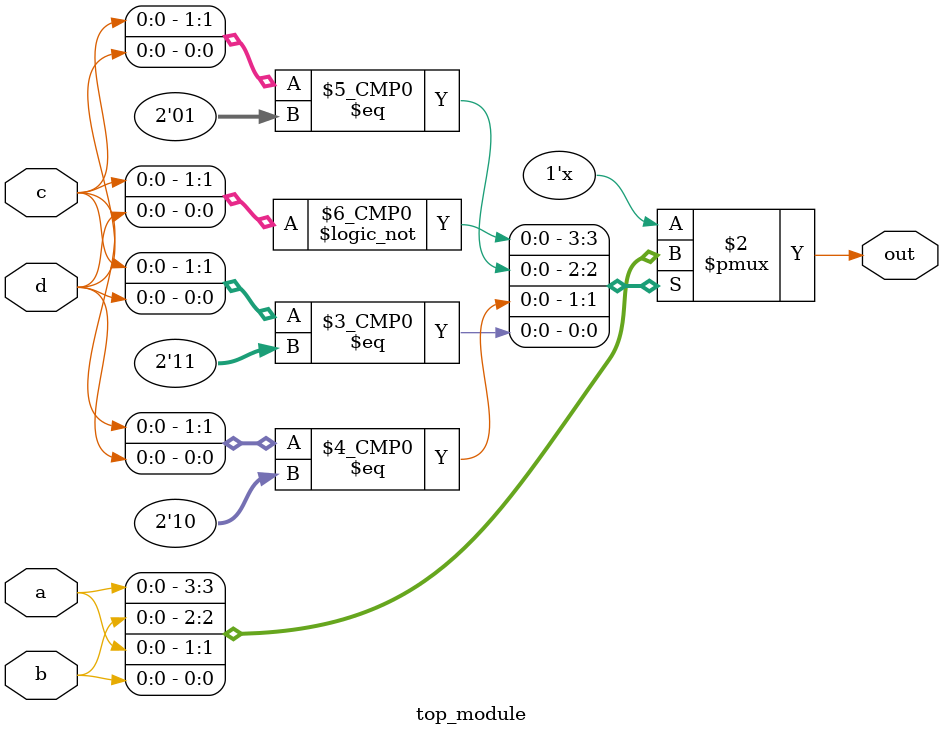
<source format=sv>
module top_module (
	input a, 
	input b,
	input c,
	input d,
	output reg out
);

	always @(a, b, c, d) begin
		case ({c, d})
			2'b00: out = a;
			2'b01: out = b;
			2'b10: out = a;
			2'b11: out = b;
		endcase
	end

endmodule

</source>
